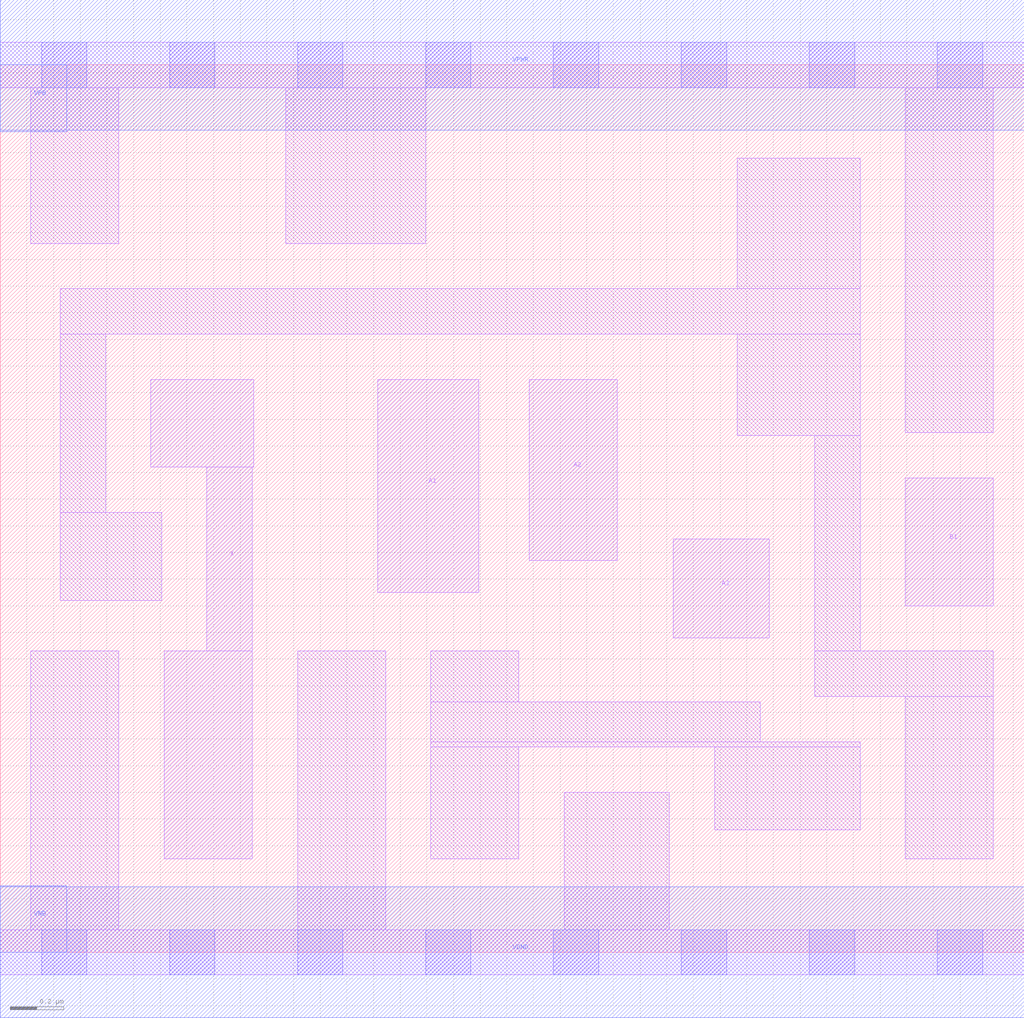
<source format=lef>
# Copyright 2020 The SkyWater PDK Authors
#
# Licensed under the Apache License, Version 2.0 (the "License");
# you may not use this file except in compliance with the License.
# You may obtain a copy of the License at
#
#     https://www.apache.org/licenses/LICENSE-2.0
#
# Unless required by applicable law or agreed to in writing, software
# distributed under the License is distributed on an "AS IS" BASIS,
# WITHOUT WARRANTIES OR CONDITIONS OF ANY KIND, either express or implied.
# See the License for the specific language governing permissions and
# limitations under the License.
#
# SPDX-License-Identifier: Apache-2.0

VERSION 5.5 ;
NAMESCASESENSITIVE ON ;
BUSBITCHARS "[]" ;
DIVIDERCHAR "/" ;
MACRO sky130_fd_sc_ms__o31a_2
  CLASS CORE ;
  SOURCE USER ;
  ORIGIN  0.000000  0.000000 ;
  SIZE  3.840000 BY  3.330000 ;
  SYMMETRY X Y ;
  SITE unit ;
  PIN A1
    ANTENNAGATEAREA  0.261000 ;
    DIRECTION INPUT ;
    USE SIGNAL ;
    PORT
      LAYER li1 ;
        RECT 1.415000 1.350000 1.795000 2.150000 ;
    END
  END A1
  PIN A2
    ANTENNAGATEAREA  0.261000 ;
    DIRECTION INPUT ;
    USE SIGNAL ;
    PORT
      LAYER li1 ;
        RECT 1.985000 1.470000 2.315000 2.150000 ;
    END
  END A2
  PIN A3
    ANTENNAGATEAREA  0.261000 ;
    DIRECTION INPUT ;
    USE SIGNAL ;
    PORT
      LAYER li1 ;
        RECT 2.525000 1.180000 2.885000 1.550000 ;
    END
  END A3
  PIN B1
    ANTENNAGATEAREA  0.261000 ;
    DIRECTION INPUT ;
    USE SIGNAL ;
    PORT
      LAYER li1 ;
        RECT 3.395000 1.300000 3.725000 1.780000 ;
    END
  END B1
  PIN X
    ANTENNADIFFAREA  0.604800 ;
    DIRECTION OUTPUT ;
    USE SIGNAL ;
    PORT
      LAYER li1 ;
        RECT 0.565000 1.820000 0.950000 2.150000 ;
        RECT 0.615000 0.350000 0.945000 1.130000 ;
        RECT 0.775000 1.130000 0.945000 1.820000 ;
    END
  END X
  PIN VGND
    DIRECTION INOUT ;
    USE GROUND ;
    PORT
      LAYER met1 ;
        RECT 0.000000 -0.245000 3.840000 0.245000 ;
    END
  END VGND
  PIN VNB
    DIRECTION INOUT ;
    USE GROUND ;
    PORT
      LAYER met1 ;
        RECT 0.000000 0.000000 0.250000 0.250000 ;
    END
  END VNB
  PIN VPB
    DIRECTION INOUT ;
    USE POWER ;
    PORT
      LAYER met1 ;
        RECT 0.000000 3.080000 0.250000 3.330000 ;
    END
  END VPB
  PIN VPWR
    DIRECTION INOUT ;
    USE POWER ;
    PORT
      LAYER met1 ;
        RECT 0.000000 3.085000 3.840000 3.575000 ;
    END
  END VPWR
  OBS
    LAYER li1 ;
      RECT 0.000000 -0.085000 3.840000 0.085000 ;
      RECT 0.000000  3.245000 3.840000 3.415000 ;
      RECT 0.115000  0.085000 0.445000 1.130000 ;
      RECT 0.115000  2.660000 0.445000 3.245000 ;
      RECT 0.225000  1.320000 0.605000 1.650000 ;
      RECT 0.225000  1.650000 0.395000 2.320000 ;
      RECT 0.225000  2.320000 3.225000 2.490000 ;
      RECT 1.070000  2.660000 1.595000 3.245000 ;
      RECT 1.115000  0.085000 1.445000 1.130000 ;
      RECT 1.615000  0.350000 1.945000 0.770000 ;
      RECT 1.615000  0.770000 3.225000 0.790000 ;
      RECT 1.615000  0.790000 2.850000 0.940000 ;
      RECT 1.615000  0.940000 1.945000 1.130000 ;
      RECT 2.115000  0.085000 2.510000 0.600000 ;
      RECT 2.680000  0.460000 3.225000 0.770000 ;
      RECT 2.765000  1.940000 3.225000 2.320000 ;
      RECT 2.765000  2.490000 3.225000 2.980000 ;
      RECT 3.055000  0.960000 3.725000 1.130000 ;
      RECT 3.055000  1.130000 3.225000 1.940000 ;
      RECT 3.395000  0.350000 3.725000 0.960000 ;
      RECT 3.395000  1.950000 3.725000 3.245000 ;
    LAYER mcon ;
      RECT 0.155000 -0.085000 0.325000 0.085000 ;
      RECT 0.155000  3.245000 0.325000 3.415000 ;
      RECT 0.635000 -0.085000 0.805000 0.085000 ;
      RECT 0.635000  3.245000 0.805000 3.415000 ;
      RECT 1.115000 -0.085000 1.285000 0.085000 ;
      RECT 1.115000  3.245000 1.285000 3.415000 ;
      RECT 1.595000 -0.085000 1.765000 0.085000 ;
      RECT 1.595000  3.245000 1.765000 3.415000 ;
      RECT 2.075000 -0.085000 2.245000 0.085000 ;
      RECT 2.075000  3.245000 2.245000 3.415000 ;
      RECT 2.555000 -0.085000 2.725000 0.085000 ;
      RECT 2.555000  3.245000 2.725000 3.415000 ;
      RECT 3.035000 -0.085000 3.205000 0.085000 ;
      RECT 3.035000  3.245000 3.205000 3.415000 ;
      RECT 3.515000 -0.085000 3.685000 0.085000 ;
      RECT 3.515000  3.245000 3.685000 3.415000 ;
  END
END sky130_fd_sc_ms__o31a_2
END LIBRARY

</source>
